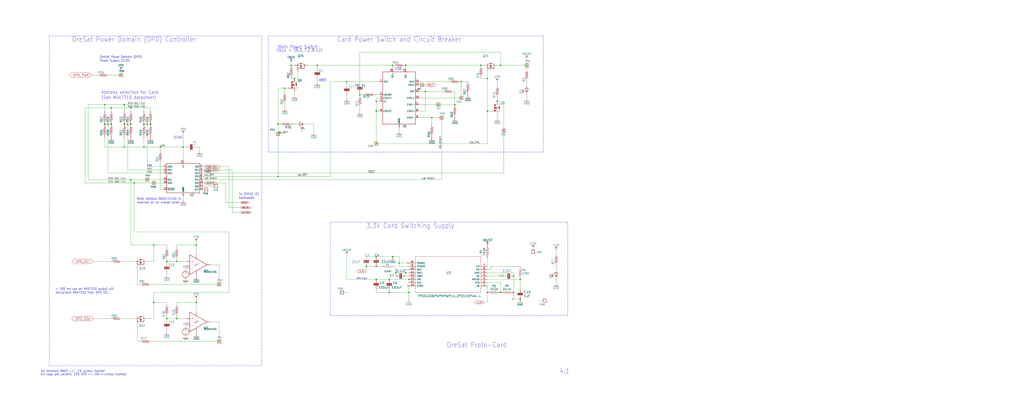
<source format=kicad_sch>
(kicad_sch (version 20211123) (generator eeschema)
  (paper "User" 795.02 317.906)
  (junction (at 378.46 60.96))
  (junction (at 111.76 114.3))
  (junction (at 292.1 78.74))
  (junction (at 114.3 139.7))
  (junction (at 378.46 86.36))
  (junction (at 340.36 81.28))
  (junction (at 292.1 86.36))
  (junction (at 96.52 96.52))
  (junction (at 304.8 199.39))
  (junction (at 398.78 227.33))
  (junction (at 279.4 73.66))
  (junction (at 398.78 214.63))
  (junction (at 292.1 199.39))
  (junction (at 96.52 114.3))
  (junction (at 119.38 190.5))
  (junction (at 170.18 220.98))
  (junction (at 93.98 58.42))
  (junction (at 116.84 96.52))
  (junction (at 317.5 217.17))
  (junction (at 152.4 190.5))
  (junction (at 86.36 96.52))
  (junction (at 101.6 96.52))
  (junction (at 215.9 137.16))
  (junction (at 269.24 63.5))
  (junction (at 307.34 212.09))
  (junction (at 403.86 232.41))
  (junction (at 292.1 217.17))
  (junction (at 386.08 78.74))
  (junction (at 335.28 91.44))
  (junction (at 388.62 50.8))
  (junction (at 137.16 247.65))
  (junction (at 129.54 203.2))
  (junction (at 119.38 234.95))
  (junction (at 101.6 139.7))
  (junction (at 142.24 114.3))
  (junction (at 317.5 227.33))
  (junction (at 86.36 83.82))
  (junction (at 96.52 81.28))
  (junction (at 314.96 212.09))
  (junction (at 114.3 96.52))
  (junction (at 403.86 217.17))
  (junction (at 137.16 203.2))
  (junction (at 170.18 265.43))
  (junction (at 226.06 50.8))
  (junction (at 81.28 96.52))
  (junction (at 388.62 227.33))
  (junction (at 215.9 104.14))
  (junction (at 292.1 207.01))
  (junction (at 101.6 83.82))
  (junction (at 309.88 204.47))
  (junction (at 119.38 142.24))
  (junction (at 83.82 96.52))
  (junction (at 391.16 101.6))
  (junction (at 342.9 91.44))
  (junction (at 302.26 217.17))
  (junction (at 408.94 50.8))
  (junction (at 284.48 207.01))
  (junction (at 129.54 247.65))
  (junction (at 220.98 68.58))
  (junction (at 228.6 60.96))
  (junction (at 111.76 96.52))
  (junction (at 124.46 114.3))
  (junction (at 314.96 50.8))
  (junction (at 378.46 227.33))
  (junction (at 304.8 50.8))
  (junction (at 353.06 81.28))
  (junction (at 104.14 142.24))
  (junction (at 327.66 66.04))
  (junction (at 358.14 63.5))
  (junction (at 330.2 71.12))
  (junction (at 215.9 96.52))
  (junction (at 373.38 50.8))
  (junction (at 246.38 50.8))
  (junction (at 292.1 111.76))
  (junction (at 99.06 96.52))
  (junction (at 152.4 234.95))
  (junction (at 302.26 227.33))
  (junction (at 81.28 81.28))
  (junction (at 358.14 76.2))
  (wire (pts (xy 129.54 234.95) (xy 119.38 234.95)))
  (wire (pts (xy 314.96 212.09) (xy 307.34 212.09)))
  (wire (pts (xy 317.5 209.55) (xy 314.96 209.55)))
  (wire (pts (xy 284.48 207.01) (xy 292.1 207.01)))
  (wire (pts (xy 114.3 129.54) (xy 114.3 96.52)))
  (wire (pts (xy 104.14 142.24) (xy 66.04 142.24)))
  (wire (pts (xy 284.48 199.39) (xy 292.1 199.39)))
  (wire (pts (xy 163.195 205.74) (xy 170.18 205.74)))
  (wire (pts (xy 307.34 212.09) (xy 307.34 207.01)))
  (wire (pts (xy 294.64 76.2) (xy 292.1 76.2)))
  (wire (pts (xy 228.6 71.12) (xy 228.6 73.66)))
  (wire (pts (xy 107.95 220.98) (xy 106.68 220.98)))
  (wire (pts (xy 398.78 232.41) (xy 403.86 232.41)))
  (wire (pts (xy 386.08 50.8) (xy 388.62 50.8)))
  (wire (pts (xy 279.4 73.66) (xy 281.94 73.66)))
  (wire (pts (xy 269.24 66.04) (xy 269.24 63.5)))
  (wire (pts (xy 325.12 63.5) (xy 347.98 63.5)))
  (wire (pts (xy 243.586 96.52) (xy 243.586 102.616)))
  (wire (pts (xy 217.17 96.52) (xy 215.9 96.52)))
  (wire (pts (xy 378.46 86.36) (xy 378.46 111.76)))
  (wire (pts (xy 129.54 236.22) (xy 129.54 234.95)))
  (wire (pts (xy 119.38 190.5) (xy 119.38 203.2)))
  (wire (pts (xy 129.54 247.65) (xy 129.54 246.38)))
  (wire (pts (xy 314.96 53.34) (xy 314.96 50.8)))
  (wire (pts (xy 106.68 265.43) (xy 106.68 252.73)))
  (wire (pts (xy 246.38 50.8) (xy 304.8 50.8)))
  (wire (pts (xy 279.4 72.39) (xy 279.4 73.66)))
  (wire (pts (xy 238.76 50.8) (xy 246.38 50.8)))
  (wire (pts (xy 309.88 199.39) (xy 309.88 204.47)))
  (wire (pts (xy 137.16 191.77) (xy 137.16 190.5)))
  (polyline (pts (xy 38.1 27.94) (xy 203.2 27.94)))
  (wire (pts (xy 152.4 234.95) (xy 137.16 234.95)))
  (wire (pts (xy 327.66 66.04) (xy 330.2 66.04)))
  (polyline (pts (xy 208.28 27.94) (xy 421.64 27.94)))
  (wire (pts (xy 228.6 60.96) (xy 231.14 60.96)))
  (wire (pts (xy 101.6 139.7) (xy 114.3 139.7)))
  (wire (pts (xy 335.28 91.44) (xy 325.12 91.44)))
  (wire (pts (xy 408.94 45.72) (xy 408.94 50.8)))
  (wire (pts (xy 137.16 203.2) (xy 144.78 203.2)))
  (wire (pts (xy 373.38 50.8) (xy 375.92 50.8)))
  (wire (pts (xy 378.46 217.17) (xy 403.86 217.17)))
  (wire (pts (xy 342.9 91.44) (xy 335.28 91.44)))
  (wire (pts (xy 152.4 190.5) (xy 152.4 187.96)))
  (wire (pts (xy 269.24 63.5) (xy 294.64 63.5)))
  (wire (pts (xy 246.38 53.34) (xy 246.38 50.8)))
  (wire (pts (xy 118.11 265.43) (xy 170.18 265.43)))
  (wire (pts (xy 314.96 50.8) (xy 373.38 50.8)))
  (wire (pts (xy 302.26 227.33) (xy 317.5 227.33)))
  (wire (pts (xy 101.6 190.5) (xy 101.6 139.7)))
  (wire (pts (xy 381 209.55) (xy 378.46 209.55)))
  (wire (pts (xy 81.28 81.28) (xy 96.52 81.28)))
  (wire (pts (xy 127 142.24) (xy 119.38 142.24)))
  (wire (pts (xy 177.8 129.54) (xy 177.8 161.29)))
  (polyline (pts (xy 440.69 245.11) (xy 256.54 245.11)))
  (wire (pts (xy 152.4 190.5) (xy 137.16 190.5)))
  (wire (pts (xy 302.26 227.33) (xy 302.26 224.79)))
  (wire (pts (xy 157.48 144.78) (xy 167.64 144.78)))
  (wire (pts (xy 127 134.62) (xy 83.82 134.62)))
  (wire (pts (xy 353.06 81.28) (xy 353.06 71.12)))
  (wire (pts (xy 129.54 203.2) (xy 137.16 203.2)))
  (wire (pts (xy 111.76 114.3) (xy 124.46 114.3)))
  (polyline (pts (xy 208.28 118.11) (xy 208.28 27.94)))
  (wire (pts (xy 127 132.08) (xy 99.06 132.08)))
  (wire (pts (xy 180.34 165.1) (xy 186.69 165.1)))
  (wire (pts (xy 157.48 142.24) (xy 175.26 142.24)))
  (wire (pts (xy 279.4 40.64) (xy 388.62 40.64)))
  (wire (pts (xy 129.54 247.65) (xy 129.54 248.92)))
  (wire (pts (xy 114.3 139.7) (xy 127 139.7)))
  (wire (pts (xy 292.1 111.76) (xy 292.1 86.36)))
  (wire (pts (xy 226.06 60.96) (xy 228.6 60.96)))
  (wire (pts (xy 152.4 198.12) (xy 152.4 190.5)))
  (wire (pts (xy 119.38 227.33) (xy 177.8 227.33)))
  (wire (pts (xy 124.46 127) (xy 124.46 147.32)))
  (wire (pts (xy 378.46 234.95) (xy 375.92 234.95)))
  (wire (pts (xy 265.43 227.33) (xy 270.51 227.33)))
  (wire (pts (xy 119.38 203.2) (xy 114.3 203.2)))
  (polyline (pts (xy 203.2 284.48) (xy 38.1 284.48)))
  (wire (pts (xy 231.14 60.96) (xy 231.14 55.88)))
  (wire (pts (xy 170.18 205.74) (xy 170.18 220.98)))
  (wire (pts (xy 96.52 86.36) (xy 96.52 81.28)))
  (wire (pts (xy 358.14 63.5) (xy 363.22 63.5)))
  (wire (pts (xy 142.24 114.3) (xy 144.78 114.3)))
  (wire (pts (xy 81.28 114.3) (xy 96.52 114.3)))
  (wire (pts (xy 325.12 66.04) (xy 327.66 66.04)))
  (wire (pts (xy 86.36 96.52) (xy 83.82 96.52)))
  (wire (pts (xy 388.62 219.71) (xy 388.62 227.33)))
  (wire (pts (xy 378.46 111.76) (xy 292.1 111.76)))
  (wire (pts (xy 86.36 86.36) (xy 86.36 83.82)))
  (wire (pts (xy 378.46 227.33) (xy 378.46 234.95)))
  (wire (pts (xy 86.36 83.82) (xy 101.6 83.82)))
  (wire (pts (xy 157.48 132.08) (xy 180.34 132.08)))
  (wire (pts (xy 381 207.01) (xy 381 209.55)))
  (wire (pts (xy 304.8 199.39) (xy 309.88 199.39)))
  (wire (pts (xy 378.46 200.66) (xy 378.46 207.01)))
  (wire (pts (xy 294.64 73.66) (xy 292.1 73.66)))
  (wire (pts (xy 99.06 132.08) (xy 99.06 96.52)))
  (wire (pts (xy 330.2 86.36) (xy 330.2 71.12)))
  (wire (pts (xy 152.4 114.3) (xy 154.94 114.3)))
  (wire (pts (xy 330.2 71.12) (xy 342.9 71.12)))
  (wire (pts (xy 68.58 81.28) (xy 81.28 81.28)))
  (wire (pts (xy 378.46 60.96) (xy 378.46 55.88)))
  (wire (pts (xy 129.54 191.77) (xy 129.54 190.5)))
  (wire (pts (xy 378.46 214.63) (xy 391.16 214.63)))
  (wire (pts (xy 127 129.54) (xy 114.3 129.54)))
  (wire (pts (xy 101.6 83.82) (xy 116.84 83.82)))
  (wire (pts (xy 129.54 190.5) (xy 119.38 190.5)))
  (wire (pts (xy 226.06 50.8) (xy 228.6 50.8)))
  (wire (pts (xy 83.82 134.62) (xy 83.82 96.52)))
  (polyline (pts (xy 256.54 245.11) (xy 256.54 172.72)))
  (wire (pts (xy 220.98 81.28) (xy 220.98 83.82)))
  (wire (pts (xy 292.1 78.74) (xy 292.1 86.36)))
  (wire (pts (xy 119.38 142.24) (xy 104.14 142.24)))
  (polyline (pts (xy 421.64 118.11) (xy 208.28 118.11)))
  (wire (pts (xy 116.84 83.82) (xy 116.84 86.36)))
  (wire (pts (xy 226.06 48.26) (xy 226.06 50.8)))
  (wire (pts (xy 317.5 204.47) (xy 309.88 204.47)))
  (wire (pts (xy 314.96 212.09) (xy 314.96 209.55)))
  (wire (pts (xy 304.8 207.01) (xy 307.34 207.01)))
  (polyline (pts (xy 440.69 172.72) (xy 440.69 245.11)))
  (wire (pts (xy 215.9 104.14) (xy 215.9 137.16)))
  (wire (pts (xy 269.24 217.17) (xy 292.1 217.17)))
  (wire (pts (xy 386.08 88.9) (xy 386.08 91.44)))
  (wire (pts (xy 381 86.36) (xy 378.46 86.36)))
  (wire (pts (xy 101.6 86.36) (xy 101.6 83.82)))
  (wire (pts (xy 325.12 71.12) (xy 330.2 71.12)))
  (wire (pts (xy 163.195 250.19) (xy 170.18 250.19)))
  (wire (pts (xy 215.9 137.16) (xy 256.54 137.16)))
  (wire (pts (xy 269.24 198.12) (xy 269.24 217.17)))
  (wire (pts (xy 292.1 227.33) (xy 302.26 227.33)))
  (wire (pts (xy 335.28 96.52) (xy 335.28 91.44)))
  (wire (pts (xy 292.1 86.36) (xy 294.64 86.36)))
  (wire (pts (xy 279.4 64.77) (xy 279.4 40.64)))
  (wire (pts (xy 220.98 68.58) (xy 215.9 68.58)))
  (wire (pts (xy 127 147.32) (xy 124.46 147.32)))
  (polyline (pts (xy 256.54 172.72) (xy 440.69 172.72)))
  (wire (pts (xy 177.8 180.34) (xy 104.14 180.34)))
  (wire (pts (xy 408.94 50.8) (xy 408.94 53.34)))
  (wire (pts (xy 256.54 137.16) (xy 256.54 63.5)))
  (wire (pts (xy 307.34 214.63) (xy 307.34 212.09)))
  (wire (pts (xy 177.8 227.33) (xy 177.8 180.34)))
  (wire (pts (xy 284.48 210.82) (xy 284.48 207.01)))
  (wire (pts (xy 398.78 232.41) (xy 398.78 227.33)))
  (wire (pts (xy 142.24 124.46) (xy 142.24 114.3)))
  (wire (pts (xy 309.88 101.6) (xy 309.88 99.06)))
  (wire (pts (xy 391.16 134.62) (xy 157.48 134.62)))
  (wire (pts (xy 137.16 236.22) (xy 137.16 234.95)))
  (polyline (pts (xy 203.2 27.94) (xy 203.2 284.48)))
  (wire (pts (xy 96.52 114.3) (xy 111.76 114.3)))
  (wire (pts (xy 373.38 60.96) (xy 378.46 60.96)))
  (wire (pts (xy 340.36 81.28) (xy 353.06 81.28)))
  (wire (pts (xy 386.08 76.2) (xy 386.08 78.74)))
  (wire (pts (xy 152.4 234.95) (xy 152.4 242.57)))
  (wire (pts (xy 157.48 139.7) (xy 342.9 139.7)))
  (wire (pts (xy 358.14 76.2) (xy 358.14 63.5)))
  (wire (pts (xy 85.09 203.2) (xy 72.39 203.2)))
  (wire (pts (xy 215.9 68.58) (xy 215.9 96.52)))
  (wire (pts (xy 124.46 114.3) (xy 142.24 114.3)))
  (wire (pts (xy 325.12 86.36) (xy 330.2 86.36)))
  (wire (pts (xy 309.88 207.01) (xy 317.5 207.01)))
  (wire (pts (xy 177.8 129.54) (xy 157.48 129.54)))
  (wire (pts (xy 378.46 222.25) (xy 378.46 227.33)))
  (wire (pts (xy 431.8 207.01) (xy 431.8 209.55)))
  (wire (pts (xy 114.3 96.52) (xy 111.76 96.52)))
  (wire (pts (xy 340.36 81.28) (xy 325.12 81.28)))
  (wire (pts (xy 237.49 96.52) (xy 243.586 96.52)))
  (wire (pts (xy 99.06 96.52) (xy 96.52 96.52)))
  (wire (pts (xy 398.78 214.63) (xy 398.78 227.33)))
  (wire (pts (xy 111.76 114.3) (xy 111.76 106.68)))
  (wire (pts (xy 304.8 50.8) (xy 304.8 53.34)))
  (wire (pts (xy 403.86 217.17) (xy 403.86 224.79)))
  (wire (pts (xy 96.52 81.28) (xy 111.76 81.28)))
  (wire (pts (xy 309.88 204.47) (xy 309.88 207.01)))
  (wire (pts (xy 391.16 101.6) (xy 391.16 134.62)))
  (wire (pts (xy 302.26 217.17) (xy 317.5 217.17)))
  (wire (pts (xy 220.98 71.12) (xy 220.98 68.58)))
  (wire (pts (xy 378.46 60.96) (xy 378.46 86.36)))
  (wire (pts (xy 157.48 137.16) (xy 215.9 137.16)))
  (wire (pts (xy 256.54 63.5) (xy 269.24 63.5)))
  (wire (pts (xy 152.4 259.08) (xy 152.4 257.81)))
  (wire (pts (xy 246.38 60.96) (xy 246.38 63.5)))
  (wire (pts (xy 220.98 68.58) (xy 223.52 68.58)))
  (wire (pts (xy 177.8 161.29) (xy 186.69 161.29)))
  (wire (pts (xy 85.09 58.42) (xy 93.98 58.42)))
  (wire (pts (xy 154.94 114.3) (xy 154.94 116.84)))
  (wire (pts (xy 116.84 96.52) (xy 114.3 96.52)))
  (wire (pts (xy 378.46 219.71) (xy 388.62 219.71)))
  (wire (pts (xy 81.28 86.36) (xy 81.28 81.28)))
  (wire (pts (xy 269.24 76.2) (xy 269.24 73.66)))
  (wire (pts (xy 137.16 247.65) (xy 144.78 247.65)))
  (wire (pts (xy 408.94 63.5) (xy 408.94 66.04)))
  (wire (pts (xy 160.02 147.32) (xy 157.48 147.32)))
  (wire (pts (xy 74.93 58.42) (xy 71.12 58.42)))
  (wire (pts (xy 129.54 203.2) (xy 129.54 201.93)))
  (wire (pts (xy 81.28 114.3) (xy 81.28 106.68)))
  (wire (pts (xy 388.62 40.64) (xy 388.62 50.8)))
  (wire (pts (xy 317.5 219.71) (xy 317.5 217.17)))
  (wire (pts (xy 414.02 193.04) (xy 414.02 195.58)))
  (wire (pts (xy 85.09 247.65) (xy 72.39 247.65)))
  (wire (pts (xy 118.11 220.98) (xy 170.18 220.98)))
  (wire (pts (xy 104.14 180.34) (xy 104.14 142.24)))
  (wire (pts (xy 292.1 217.17) (xy 302.26 217.17)))
  (wire (pts (xy 325.12 76.2) (xy 358.14 76.2)))
  (wire (pts (xy 417.83 233.68) (xy 422.91 233.68)))
  (wire (pts (xy 104.14 247.65) (xy 95.25 247.65)))
  (wire (pts (xy 129.54 247.65) (xy 137.16 247.65)))
  (wire (pts (xy 317.5 227.33) (xy 317.5 232.41)))
  (wire (pts (xy 386.08 63.5) (xy 386.08 66.04)))
  (wire (pts (xy 83.82 96.52) (xy 81.28 96.52)))
  (wire (pts (xy 378.46 212.09) (xy 398.78 212.09)))
  (wire (pts (xy 388.62 50.8) (xy 408.94 50.8)))
  (wire (pts (xy 101.6 96.52) (xy 99.06 96.52)))
  (wire (pts (xy 107.95 265.43) (xy 106.68 265.43)))
  (wire (pts (xy 152.4 234.95) (xy 152.4 232.41)))
  (wire (pts (xy 68.58 139.7) (xy 68.58 81.28)))
  (wire (pts (xy 398.78 212.09) (xy 398.78 214.63)))
  (wire (pts (xy 129.54 213.36) (xy 129.54 212.09)))
  (wire (pts (xy 137.16 246.38) (xy 137.16 247.65)))
  (wire (pts (xy 292.1 199.39) (xy 304.8 199.39)))
  (wire (pts (xy 292.1 207.01) (xy 297.18 207.01)))
  (wire (pts (xy 317.5 214.63) (xy 314.96 214.63)))
  (wire (pts (xy 104.14 203.2) (xy 95.25 203.2)))
  (wire (pts (xy 129.54 257.81) (xy 129.54 256.54)))
  (wire (pts (xy 119.38 234.95) (xy 119.38 247.65)))
  (wire (pts (xy 119.38 247.65) (xy 114.3 247.65)))
  (wire (pts (xy 391.16 78.74) (xy 391.16 101.6)))
  (wire (pts (xy 180.34 132.08) (xy 180.34 165.1)))
  (wire (pts (xy 215.9 96.52) (xy 215.9 104.14)))
  (wire (pts (xy 292.1 227.33) (xy 292.1 224.79)))
  (polyline (pts (xy 38.1 284.48) (xy 38.1 27.94)))
  (wire (pts (xy 175.26 157.48) (xy 186.69 157.48)))
  (wire (pts (xy 66.04 142.24) (xy 66.04 83.82)))
  (wire (pts (xy 96.52 114.3) (xy 96.52 106.68)))
  (wire (pts (xy 292.1 78.74) (xy 294.64 78.74)))
  (wire (pts (xy 431.8 217.17) (xy 431.8 219.71)))
  (wire (pts (xy 342.9 139.7) (xy 342.9 91.44)))
  (wire (pts (xy 170.18 250.19) (xy 170.18 265.43)))
  (wire (pts (xy 119.38 190.5) (xy 101.6 190.5)))
  (wire (pts (xy 142.24 154.94) (xy 142.24 152.4)))
  (wire (pts (xy 68.58 139.7) (xy 101.6 139.7)))
  (wire (pts (xy 106.68 220.98) (xy 106.68 208.28)))
  (wire (pts (xy 227.33 96.52) (xy 229.87 96.52)))
  (wire (pts (xy 403.86 207.01) (xy 381 207.01)))
  (wire (pts (xy 119.38 234.95) (xy 119.38 227.33)))
  (wire (pts (xy 317.5 222.25) (xy 317.5 227.33)))
  (wire (pts (xy 292.1 76.2) (xy 292.1 78.74)))
  (wire (pts (xy 175.26 142.24) (xy 175.26 157.48)))
  (wire (pts (xy 386.08 78.74) (xy 391.16 78.74)))
  (wire (pts (xy 129.54 204.47) (xy 129.54 203.2)))
  (wire (pts (xy 93.98 58.42) (xy 93.98 54.61)))
  (wire (pts (xy 111.76 86.36) (xy 111.76 81.28)))
  (wire (pts (xy 279.4 86.36) (xy 279.4 83.82)))
  (wire (pts (xy 137.16 201.93) (xy 137.16 203.2)))
  (wire (pts (xy 317.5 212.09) (xy 314.96 212.09)))
  (wire (pts (xy 152.4 214.63) (xy 152.4 213.36)))
  (wire (pts (xy 142.24 114.3) (xy 142.24 104.14)))
  (polyline (pts (xy 421.64 27.94) (xy 421.64 118.11)))
  (wire (pts (xy 408.94 73.66) (xy 408.94 76.2)))
  (wire (pts (xy 431.8 194.31) (xy 431.8 196.85)))
  (wire (pts (xy 66.04 83.82) (xy 86.36 83.82)))
  (wire (pts (xy 124.46 116.84) (xy 124.46 114.3)))
  (text "> 100 ms low on MAX7310 output will\ndisconnect MAX7310 from OPD I2C." (at 43.18 228.6 0) (effects (font (size 1.778 1.5113)) (justify left bottom)))
  (text "To STM32 I2C\nbootloader" (at 185.42 154.94 180) (effects (font (size 1.778 1.5113)) (justify left bottom)))
  (text "Main Power Switch" (at 215.9 38.1 180) (effects (font (size 2.54 2.159)) (justify left bottom)))
  (text "1206" (at 306.07 54.61 180) (effects (font (size 1.778 1.5113)) (justify left bottom)))
  (text "4.1" (at 434.34 290.83 180) (effects (font (size 3.81 3.2385)) (justify left bottom)))
  (text "All resistors 0603 +/- 1% unless marked" (at 31.75 289.56 180) (effects (font (size 1.778 1.5113)) (justify left bottom)))
  (text "All caps are ceramic 10% X5R >= 16V V unless marked" (at 31.75 292.1 0) (effects (font (size 1.778 1.5113)) (justify left bottom)))
  (text "Address selection for Card\n(See MAX7310 datasheet)" (at 78.74 77.47 0) (effects (font (size 2.54 2.159)) (justify left bottom)))
  (text "OreSat Proto-Card" (at 346.71 270.51 180) (effects (font (size 3.81 3.2385)) (justify left bottom)))
  (text "OPD Input\n" (at 276.86 217.17 0) (effects (font (size 1.0668 1.0668)) (justify left bottom)))
  (text "Note: Address 0b0111110x is\nreserved on all oresat cards" (at 106.172 158.496 0) (effects (font (size 1.778 1.5113)) (justify left bottom)))
  (text "(3.3V)" (at 134.62 107.95 180) (effects (font (size 1.778 1.5113)) (justify left bottom)))
  (text "3.3V Card Switching Supply" (at 284.48 177.8 180) (effects (font (size 3.81 3.2385)) (justify left bottom)))
  (text "OreSat Power Domain (OPD)\nPower Supply (3.3V)" (at 77.47 48.26 180) (effects (font (size 1.778 1.5113)) (justify left bottom)))
  (text "Card Power Switch and Circuit Breaker" (at 261.62 33.02 180) (effects (font (size 3.81 3.2385)) (justify left bottom)))
  (text "0805" (at 247.65 63.5 180) (effects (font (size 1.778 1.5113)) (justify left bottom)))
  (text "OreSat Power Domain (OPD) Controller" (at 55.88 33.02 180) (effects (font (size 3.81 3.2385)) (justify left bottom)))
  (text "Vbus = (6.0,7.2,8.4)V" (at 214.63 40.64 180) (effects (font (size 2.54 2.159)) (justify left bottom)))
  (label "PEN-SCL-FILT" (at 99.06 81.28 0) (effects (font (size 1.2446 1.2446))))
  (label "CB-RESET" (at 327.66 139.7 0) (effects (font (size 1.2446 1.2446))))
  (label "PEN-SDA-FILT" (at 99.06 83.82 0) (effects (font (size 1.2446 1.2446))))
  (label "ON/~{OFF}" (at 158.75 137.16 0) (effects (font (size 1.2446 1.2446))))
  (label "CB_CTRL" (at 364.49 111.76 0) (effects (font (size 1.2446 1.2446))))
  (label "PEN-SCL-FILT" (at 83.82 139.7 0) (effects (font (size 1.2446 1.2446))))
  (label "PEN-SDA-FILT" (at 83.82 142.24 0) (effects (font (size 1.2446 1.2446))))
  (label "VPD" (at 124.46 114.3 0) (effects (font (size 1.2446 1.2446))))
  (label "~{FAULT}" (at 285.75 134.62 0) (effects (font (size 1.2446 1.2446))))
  (label "AD0" (at 114.3 129.54 0) (effects (font (size 1.2446 1.2446))))
  (label "ON/~{OFF}" (at 215.9 104.14 0) (effects (font (size 1.2446 1.2446))))
  (label "ON/~{OFF}" (at 231.14 137.16 0) (effects (font (size 1.2446 1.2446))))
  (label "~{FAULT}" (at 158.75 134.62 0) (effects (font (size 1.2446 1.2446))))
  (label "AD2" (at 114.3 134.62 0) (effects (font (size 1.2446 1.2446))))
  (label "CB-RESET" (at 158.75 139.7 0) (effects (font (size 1.2446 1.2446))))
  (label "AD1" (at 114.3 132.08 0) (effects (font (size 1.2446 1.2446))))
  (label "CB-RESET" (at 342.9 115.57 90) (effects (font (size 1.2446 1.2446))))
  (global_label "PB6/SCL" (shape bidirectional) (at 158.75 129.54 0) (effects (font (size 1.2446 1.2446))) (property "Intersheet References" "${INTERSHEET_REFS}" (effects hide)))
  (global_label "BOOT0" (shape bidirectional) (at 186.69 157.48 0) (effects (font (size 0.889 0.889))) (property "Intersheet References" "${INTERSHEET_REFS}" (effects hide)))
  (global_label "BOOT0" (shape bidirectional) (at 158.75 142.24 0) (effects (font (size 1.2446 1.2446))) (property "Intersheet References" "${INTERSHEET_REFS}" (effects hide)))
  (global_label "GND" (shape bidirectional) (at 317.5 222.25 180) (effects (font (size 0.254 0.254))) (property "Intersheet References" "${INTERSHEET_REFS}" (effects hide)))
  (global_label "GND" (shape bidirectional) (at 398.78 232.41 180) (effects (font (size 0.254 0.254))) (property "Intersheet References" "${INTERSHEET_REFS}" (effects hide)))
  (global_label "GND" (shape bidirectional) (at 317.5 204.47 180) (effects (font (size 0.254 0.254))) (property "Intersheet References" "${INTERSHEET_REFS}" (effects hide)))
  (global_label "PB7/SDA" (shape bidirectional) (at 186.69 165.1 0) (effects (font (size 0.889 0.889))) (property "Intersheet References" "${INTERSHEET_REFS}" (effects hide)))
  (global_label "3.3V" (shape bidirectional) (at 284.48 210.82 180) (property "Intersheet References" "${INTERSHEET_REFS}" (effects hide)))
  (global_label "3.3V" (shape bidirectional) (at 375.92 234.95 180) (property "Intersheet References" "${INTERSHEET_REFS}" (effects hide)))
  (global_label "PB7/SDA" (shape bidirectional) (at 158.75 132.08 0) (effects (font (size 1.2446 1.2446))) (property "Intersheet References" "${INTERSHEET_REFS}" (effects hide)))
  (global_label "OPD_SCL" (shape bidirectional) (at 72.39 203.2 180) (effects (font (size 1.778 1.778))) (property "Intersheet References" "${INTERSHEET_REFS}" (effects hide)))
  (global_label "OPD_PWR" (shape bidirectional) (at 71.12 58.42 180) (effects (font (size 1.778 1.778))) (property "Intersheet References" "${INTERSHEET_REFS}" (effects hide)))
  (global_label "PB6/SCL" (shape bidirectional) (at 186.69 161.29 0) (effects (font (size 0.889 0.889))) (property "Intersheet References" "${INTERSHEET_REFS}" (effects hide)))
  (global_label "POUT" (shape bidirectional) (at 330.2 66.04 0) (effects (font (size 1.2446 1.2446))) (property "Intersheet References" "${INTERSHEET_REFS}" (effects hide)))
  (global_label "OPD_SDA" (shape bidirectional) (at 72.39 247.65 180) (effects (font (size 1.778 1.778))) (property "Intersheet References" "${INTERSHEET_REFS}" (effects hide)))
  (symbol (lib_id "mainboard:22UF-1210-16V-20%") (at 302.26 222.25 0) (unit 1)
    (property "Reference" "C6" (at 304.8 220.98 0) (effects (font (size 1.778 1.778)) (justify left bottom)))
    (property "Value" "100uF" (at 303.784 224.409 0) (effects (font (size 1.778 1.778)) (justify left bottom)))
    (property "Footprint" "Capacitor_SMD:C_1210_3225Metric" (effects hide))
    (property "Description" "100uF 16V X5R 1210" (effects hide))
  )
  (symbol (lib_id "oresat-proto-card-eagle-import:VPD") (at 152.4 187.96 0) (unit 1)
    (property "Reference" "#VPD010" (effects hide))
    (property "Value" "VPD" (at 152.4 185.166 0) (effects (font (size 1.778 1.5113)) (justify bottom)))
    (property "Footprint" "oresat-proto-card:" (effects hide))
  )
  (symbol (lib_id "oresat-proto-card-eagle-import:R-US_0603-C-NOSILK") (at 80.01 58.42 0) (unit 1)
    (property "Reference" "R24" (at 76.2 57.15 0) (effects (font (size 1.778 1.5113)) (justify left bottom)))
    (property "Value" "10" (at 82.55 57.15 0) (effects (font (size 1.778 1.5113)) (justify left bottom)))
    (property "Footprint" "oresat-proto-card:.0603-C-NOSILK" (effects hide))
  )
  (symbol (lib_id "oresat-proto-card-eagle-import:R-US_0603-C-NOSILK") (at 86.36 91.44 90) (unit 1)
    (property "Reference" "R59" (at 84.8614 95.25 0) (effects (font (size 1.778 1.5113)) (justify left bottom)))
    (property "Value" "NP" (at 84.582 90.17 0) (effects (font (size 1.778 1.5113)) (justify left bottom)))
    (property "Footprint" "oresat-proto-card:.0603-C-NOSILK" (effects hide))
  )
  (symbol (lib_id "Device:L") (at 300.99 207.01 270) (unit 1)
    (property "Reference" "L1" (at 300.99 205.74 90))
    (property "Value" "3.3uH" (at 300.99 210.82 90))
    (property "Footprint" "MaxLib:L_2141" (effects hide))
    (property "Datasheet" "https://datasheet.lcsc.com/lcsc/2009171412_TAI-TECH-HPC5040NF-3R3MTH_C304367.pdf" (effects hide))
    (property "Description" "3.3uH Shielded Inductor" (effects hide))
    (property "Flight" "SPM5030T-3R3M-HZ" (effects hide))
    (property "Manufacturer_Name" "TAI-TECH" (effects hide))
    (property "Manufacturer_Part_Number" "HPC5040NF-3R3MTH" (effects hide))
    (property "Proto" "HPC5040NF-3R3MTH" (effects hide))
  )
  (symbol (lib_id "oresat-proto-card-eagle-import:GND") (at 353.06 93.98 0) (mirror y) (unit 1)
    (property "Reference" "#GND021" (effects hide))
    (property "Value" "GND" (at 355.6 96.52 0) (effects (font (size 1.778 1.5113)) (justify left bottom)))
    (property "Footprint" "oresat-proto-card:" (effects hide))
  )
  (symbol (lib_id "oresat-proto-card-eagle-import:C-EU0805-B-NOSILK") (at 246.38 55.88 0) (unit 1)
    (property "Reference" "C1" (at 247.65 55.88 0) (effects (font (size 1.778 1.5113)) (justify left bottom)))
    (property "Value" "10u" (at 247.65 60.96 0) (effects (font (size 1.778 1.5113)) (justify left bottom)))
    (property "Footprint" "oresat-proto-card:.0805-B-NOSILK" (effects hide))
  )
  (symbol (lib_id "mainboard:GND") (at 403.86 234.95 0) (unit 1)
    (property "Reference" "#GND011" (effects hide))
    (property "Value" "GND" (at 401.32 237.49 0) (effects (font (size 1.4986 1.4986)) (justify left bottom)))
  )
  (symbol (lib_id "oresat-proto-card-eagle-import:R-US_0603-C-NOSILK") (at 347.98 71.12 180) (unit 1)
    (property "Reference" "R68" (at 342.9 69.85 0) (effects (font (size 1.778 1.5113)) (justify right top)))
    (property "Value" "0" (at 349.25 69.85 0) (effects (font (size 1.778 1.5113)) (justify right top)))
    (property "Footprint" "oresat-proto-card:.0603-C-NOSILK" (effects hide))
  )
  (symbol (lib_id "oresat-proto-card-eagle-import:R-US_0603-C-NOSILK") (at 101.6 91.44 90) (unit 1)
    (property "Reference" "R55" (at 100.1014 95.25 0) (effects (font (size 1.778 1.5113)) (justify left bottom)))
    (property "Value" "NP" (at 99.822 90.17 0) (effects (font (size 1.778 1.5113)) (justify left bottom)))
    (property "Footprint" "oresat-proto-card:.0603-C-NOSILK" (effects hide))
  )
  (symbol (lib_id "oresat-proto-card-eagle-import:R-US_0603-C-NOSILK") (at 96.52 101.6 270) (unit 1)
    (property "Reference" "R52" (at 95.0214 105.41 0) (effects (font (size 1.778 1.5113)) (justify right top)))
    (property "Value" "NP" (at 94.742 100.33 0) (effects (font (size 1.778 1.5113)) (justify right top)))
    (property "Footprint" "oresat-proto-card:.0603-C-NOSILK" (effects hide))
  )
  (symbol (lib_id "oresat-proto-card-eagle-import:R-US_0603-C-NOSILK") (at 81.28 101.6 270) (unit 1)
    (property "Reference" "R56" (at 79.7814 105.41 0) (effects (font (size 1.778 1.5113)) (justify right top)))
    (property "Value" "NP" (at 79.502 100.33 0) (effects (font (size 1.778 1.5113)) (justify right top)))
    (property "Footprint" "oresat-proto-card:.0603-C-NOSILK" (effects hide))
  )
  (symbol (lib_id "oresat-proto-card-eagle-import:R-US_0603-C-NOSILK") (at 124.46 121.92 90) (unit 1)
    (property "Reference" "R61" (at 122.9614 125.73 0) (effects (font (size 1.778 1.5113)) (justify left bottom)))
    (property "Value" "10k" (at 122.682 119.38 0) (effects (font (size 1.778 1.5113)) (justify left bottom)))
    (property "Footprint" "oresat-proto-card:.0603-C-NOSILK" (effects hide))
  )
  (symbol (lib_id "oresat-proto-card-eagle-import:3.3V") (at 414.02 193.04 0) (unit 1)
    (property "Reference" "#SUPPLY04" (effects hide))
    (property "Value" "3.3V" (at 414.02 190.246 0) (effects (font (size 1.778 1.5113)) (justify bottom)))
    (property "Footprint" "oresat-proto-card:" (effects hide))
  )
  (symbol (lib_id "mainboard:22UF-0805-6.3V-20%") (at 284.48 204.47 0) (unit 1)
    (property "Reference" "C2" (at 283.21 199.39 0) (effects (font (size 1.778 1.778)) (justify left bottom)))
    (property "Value" "22uF" (at 273.05 204.47 0) (effects (font (size 1.778 1.778)) (justify left bottom)))
    (property "Footprint" "Capacitor_SMD:C_0603_1608Metric" (effects hide))
    (property "Description" "22uF +-20% 10V X5R" (effects hide))
  )
  (symbol (lib_id "mainboard:22UF-1210-16V-20%") (at 292.1 222.25 0) (unit 1)
    (property "Reference" "C5" (at 294.64 220.98 0) (effects (font (size 1.778 1.778)) (justify left bottom)))
    (property "Value" "100uF" (at 293.624 224.409 0) (effects (font (size 1.778 1.778)) (justify left bottom)))
    (property "Footprint" "Capacitor_SMD:C_1210_3225Metric" (effects hide))
    (property "Description" "100uF 16V X5R 1210" (effects hide))
  )
  (symbol (lib_id "oresat-proto-card-eagle-import:GND") (at 386.08 93.98 0) (mirror y) (unit 1)
    (property "Reference" "#GND066" (effects hide))
    (property "Value" "GND" (at 388.62 96.52 0) (effects (font (size 1.778 1.5113)) (justify left bottom)))
    (property "Footprint" "oresat-proto-card:" (effects hide))
  )
  (symbol (lib_id "oresat-proto-card-eagle-import:R-US_0603-C-NOSILK") (at 373.38 55.88 90) (unit 1)
    (property "Reference" "R70" (at 372.11 60.96 0) (effects (font (size 1.778 1.5113)) (justify left bottom)))
    (property "Value" "10k" (at 372.11 54.61 0) (effects (font (size 1.778 1.5113)) (justify left bottom)))
    (property "Footprint" "oresat-proto-card:.0603-C-NOSILK" (effects hide))
  )
  (symbol (lib_id "oresat-proto-card-eagle-import:GND") (at 154.94 119.38 0) (mirror y) (unit 1)
    (property "Reference" "#GND09" (effects hide))
    (property "Value" "GND" (at 157.48 121.92 0) (effects (font (size 1.778 1.5113)) (justify left bottom)))
    (property "Footprint" "oresat-proto-card:" (effects hide))
  )
  (symbol (lib_id "oresat-proto-card-eagle-import:GND") (at 152.4 217.17 0) (mirror y) (unit 1)
    (property "Reference" "#GND077" (effects hide))
    (property "Value" "GND" (at 154.94 219.71 0) (effects (font (size 1.778 1.5113)) (justify left bottom)))
    (property "Footprint" "oresat-proto-card:" (effects hide))
  )
  (symbol (lib_id "oresat-proto-card-eagle-import:GND") (at 363.22 76.2 0) (mirror y) (unit 1)
    (property "Reference" "#GND029" (effects hide))
    (property "Value" "GND" (at 365.76 78.74 0) (effects (font (size 1.778 1.5113)) (justify left bottom)))
    (property "Footprint" "oresat-proto-card:" (effects hide))
  )
  (symbol (lib_id "oresat-proto-card-eagle-import:TEST-POINT-LARGE-SQUARE") (at 215.9 104.14 0) (unit 1)
    (property "Reference" "TP21" (at 209.55 101.6 0) (effects (font (size 1.27 1.0795)) (justify left bottom)))
    (property "Value" "TEST-POINT-LARGE-SQUARE" (effects hide))
    (property "Footprint" "oresat-proto-card:1X01" (effects hide))
  )
  (symbol (lib_id "oresat-proto-card-eagle-import:VBUSP") (at 269.24 198.12 0) (unit 1)
    (property "Reference" "#VBUSP07" (effects hide))
    (property "Value" "VBUSP" (at 269.24 195.326 0) (effects (font (size 1.778 1.5113)) (justify bottom)))
    (property "Footprint" "oresat-proto-card:" (effects hide))
  )
  (symbol (lib_id "oresat-proto-card-eagle-import:R-US_0603-C-NOSILK") (at 137.16 196.85 90) (unit 1)
    (property "Reference" "R83" (at 135.89 200.66 0) (effects (font (size 1.778 1.5113)) (justify left bottom)))
    (property "Value" "1M" (at 135.89 194.31 0) (effects (font (size 1.778 1.5113)) (justify left bottom)))
    (property "Footprint" "oresat-proto-card:.0603-C-NOSILK" (effects hide))
  )
  (symbol (lib_id "oresat-proto-card-eagle-import:GND") (at 246.38 66.04 0) (unit 1)
    (property "Reference" "#GND03" (effects hide))
    (property "Value" "GND" (at 243.84 68.58 0) (effects (font (size 1.778 1.5113)) (justify left bottom)))
    (property "Footprint" "oresat-proto-card:" (effects hide))
  )
  (symbol (lib_id "oresat-proto-card-eagle-import:TEST-POINT-LARGE-SQUARE") (at 340.36 81.28 0) (unit 1)
    (property "Reference" "TP4" (at 339.09 85.09 0) (effects (font (size 1.27 1.0795)) (justify left bottom)))
    (property "Value" "TEST-POINT-LARGE-SQUARE" (effects hide))
    (property "Footprint" "oresat-proto-card:1X01" (effects hide))
  )
  (symbol (lib_id "oresat-proto-card-eagle-import:GND") (at 431.8 222.25 0) (mirror y) (unit 1)
    (property "Reference" "#GND05" (effects hide))
    (property "Value" "GND" (at 434.34 224.79 0) (effects (font (size 1.778 1.5113)) (justify left bottom)))
    (property "Footprint" "oresat-proto-card:" (effects hide))
  )
  (symbol (lib_id "oresat-proto-card-eagle-import:R-US_0603-C-NOSILK") (at 111.76 101.6 270) (unit 1)
    (property "Reference" "R39" (at 110.2614 105.41 0) (effects (font (size 1.778 1.5113)) (justify right top)))
    (property "Value" "NP" (at 109.982 100.33 0) (effects (font (size 1.778 1.5113)) (justify right top)))
    (property "Footprint" "oresat-proto-card:.0603-C-NOSILK" (effects hide))
  )
  (symbol (lib_id "oresat-proto-card-eagle-import:GND") (at 152.4 261.62 0) (mirror y) (unit 1)
    (property "Reference" "#GND075" (effects hide))
    (property "Value" "GND" (at 154.94 264.16 0) (effects (font (size 1.778 1.5113)) (justify left bottom)))
    (property "Footprint" "oresat-proto-card:" (effects hide))
  )
  (symbol (lib_id "mainboard:GND") (at 317.5 234.95 0) (unit 1)
    (property "Reference" "#GND08" (effects hide))
    (property "Value" "GND" (at 314.96 237.49 0) (effects (font (size 1.4986 1.4986)) (justify left bottom)))
  )
  (symbol (lib_id "oresat-proto-card-eagle-import:R-US_0603-C-NOSILK") (at 111.76 91.44 270) (unit 1)
    (property "Reference" "R40" (at 110.2614 95.25 0) (effects (font (size 1.778 1.5113)) (justify right top)))
    (property "Value" "NP" (at 109.982 90.17 0) (effects (font (size 1.778 1.5113)) (justify right top)))
    (property "Footprint" "oresat-proto-card:.0603-C-NOSILK" (effects hide))
  )
  (symbol (lib_id "oresat-proto-card-eagle-import:C-EU0603-C-NOSILK") (at 129.54 251.46 0) (unit 1)
    (property "Reference" "C22" (at 130.81 251.46 0) (effects (font (size 1.778 1.5113)) (justify left bottom)))
    (property "Value" "1u" (at 130.81 256.54 0) (effects (font (size 1.778 1.5113)) (justify left bottom)))
    (property "Footprint" "oresat-proto-card:.0603-C-NOSILK" (effects hide))
  )
  (symbol (lib_id "oresat-proto-card-eagle-import:R-US_0603-C-NOSILK") (at 353.06 86.36 90) (unit 1)
    (property "Reference" "R69" (at 351.79 91.44 0) (effects (font (size 1.778 1.5113)) (justify left bottom)))
    (property "Value" "NP" (at 351.79 85.09 0) (effects (font (size 1.778 1.5113)) (justify left bottom)))
    (property "Footprint" "oresat-proto-card:.0603-C-NOSILK" (effects hide))
  )
  (symbol (lib_id "oresat-proto-card-eagle-import:VBUSP") (at 408.94 45.72 0) (unit 1)
    (property "Reference" "#VBUSP04" (effects hide))
    (property "Value" "VBUSP" (at 408.94 42.926 0) (effects (font (size 1.778 1.5113)) (justify bottom)))
    (property "Footprint" "oresat-proto-card:" (effects hide))
  )
  (symbol (lib_id "oresat-proto-card-eagle-import:GND") (at 142.24 157.48 0) (mirror y) (unit 1)
    (property "Reference" "#GND06" (effects hide))
    (property "Value" "GND" (at 144.78 160.02 0) (effects (font (size 1.778 1.5113)) (justify left bottom)))
    (property "Footprint" "oresat-proto-card:" (effects hide))
  )
  (symbol (lib_id "oresat-proto-card-eagle-import:GND") (at 309.88 104.14 0) (mirror y) (unit 1)
    (property "Reference" "#GND012" (effects hide))
    (property "Value" "GND" (at 312.42 106.68 0) (effects (font (size 1.778 1.5113)) (justify left bottom)))
    (property "Footprint" "oresat-proto-card:" (effects hide))
  )
  (symbol (lib_id "oresat-proto-card-eagle-import:R-US_0603-C-NOSILK") (at 431.8 201.93 90) (unit 1)
    (property "Reference" "R17" (at 430.3014 205.74 0) (effects (font (size 1.778 1.5113)) (justify left bottom)))
    (property "Value" "2.7k" (at 435.102 205.74 0) (effects (font (size 1.778 1.5113)) (justify left bottom)))
    (property "Footprint" "oresat-proto-card:.0603-C-NOSILK" (effects hide))
  )
  (symbol (lib_id "oresat-proto-card-eagle-import:TEST-POINT-LARGE-SQUARE") (at 292.1 111.76 0) (mirror y) (unit 1)
    (property "Reference" "TP39" (at 289.56 114.3 0) (effects (font (size 1.27 1.0795)) (justify left bottom)))
    (property "Value" "TEST-POINT-LARGE-SQUARE" (effects hide))
    (property "Footprint" "oresat-proto-card:1X01" (effects hide))
  )
  (symbol (lib_id "oresat-proto-card-eagle-import:R-US_0603-C-NOSILK") (at 287.02 73.66 180) (unit 1)
    (property "Reference" "R72" (at 281.94 76.2 0) (effects (font (size 1.778 1.5113)) (justify right top)))
    (property "Value" "10K" (at 287.02 76.2 0) (effects (font (size 1.778 1.5113)) (justify right top)))
    (property "Footprint" "oresat-proto-card:.0603-C-NOSILK" (effects hide))
  )
  (symbol (lib_id "oresat-proto-card-eagle-import:GND") (at 116.84 109.22 0) (mirror y) (unit 1)
    (property "Reference" "#GND013" (effects hide))
    (property "Value" "GND" (at 119.38 111.76 0) (effects (font (size 1.778 1.5113)) (justify left bottom)))
    (property "Footprint" "oresat-proto-card:" (effects hide))
  )
  (symbol (lib_id "oresat-proto-card-eagle-import:GND") (at 86.36 109.22 0) (mirror y) (unit 1)
    (property "Reference" "#GND016" (effects hide))
    (property "Value" "GND" (at 88.9 111.76 0) (effects (font (size 1.778 1.5113)) (justify left bottom)))
    (property "Footprint" "oresat-proto-card:" (effects hide))
  )
  (symbol (lib_id "oresat-proto-card-eagle-import:TEST-POINT-LARGE-SQUARE") (at 170.18 220.98 180) (unit 1)
    (property "Reference" "TP42" (at 172.72 217.17 0) (effects (font (size 1.27 1.0795)) (justify left bottom)))
    (property "Value" "TEST-POINT-LARGE-SQUARE" (effects hide))
    (property "Footprint" "oresat-proto-card:1X01" (effects hide))
  )
  (symbol (lib_id "oresat-proto-card-eagle-import:R-US_0603-C-NOSILK") (at 101.6 101.6 90) (unit 1)
    (property "Reference" "R54" (at 100.1014 105.41 0) (effects (font (size 1.778 1.5113)) (justify left bottom)))
    (property "Value" "NP" (at 99.822 100.33 0) (effects (font (size 1.778 1.5113)) (justify left bottom)))
    (property "Footprint" "oresat-proto-card:.0603-C-NOSILK" (effects hide))
  )
  (symbol (lib_id "oresat-proto-card-eagle-import:R-US_0603-C-NOSILK") (at 408.94 58.42 90) (unit 1)
    (property "Reference" "R3" (at 407.67 63.5 0) (effects (font (size 1.778 1.5113)) (justify left bottom)))
    (property "Value" "2.7k" (at 407.67 58.42 0) (effects (font (size 1.778 1.5113)) (justify left bottom)))
    (property "Footprint" "oresat-proto-card:.0603-C-NOSILK" (effects hide))
  )
  (symbol (lib_id "oresat-proto-card-eagle-import:PMV45EN") (at 228.6 66.04 0) (unit 1)
    (property "Reference" "Q8" (at 231.14 63.5 0) (effects (font (size 1.778 1.5113)) (justify left bottom)))
    (property "Value" "PMV45EN" (at 231.14 66.04 0) (effects (font (size 1.778 1.5113)) (justify left bottom)))
    (property "Footprint" "oresat-proto-card:SOT23" (effects hide))
    (property "Datasheet" "https://ww1.microchip.com/downloads/aemDocuments/documents/OTH/ProductDocuments/DataSheets/20005758A.pdf" (effects hide))
    (property "Manufacturer_Part_Number" "PMV45EN2R" (effects hide))
    (property "Description" "N-Channel 30V 4.1A (Ta) 510mW (Ta), 5W (Tc) TO-236AB" (effects hide))
    (property "Manufacturer_Name" "Microchip Technology" (effects hide))
    (property "Generic" "N" (effects hide))
  )
  (symbol (lib_id "mainboard:R-US_R0603") (at 383.54 227.33 180) (unit 1)
    (property "Reference" "R2" (at 383.54 222.25 0) (effects (font (size 1.4986 1.4986))))
    (property "Value" "73.2K" (at 383.54 224.79 0) (effects (font (size 1.4986 1.4986))))
    (property "Footprint" "Resistor_SMD:R_0603_1608Metric" (effects hide))
    (property "Description" "73.2K 0603" (effects hide))
  )
  (symbol (lib_id "oresat-proto-card-eagle-import:GND") (at 228.6 76.2 0) (mirror y) (unit 1)
    (property "Reference" "#GND017" (effects hide))
    (property "Value" "GND" (at 231.14 78.74 0) (effects (font (size 1.778 1.5113)) (justify left bottom)))
    (property "Footprint" "oresat-proto-card:" (effects hide))
  )
  (symbol (lib_id "mainboard:R-US_R0603") (at 378.46 195.58 270) (unit 1)
    (property "Reference" "R1" (at 373.38 195.58 0) (effects (font (size 1.4986 1.4986))))
    (property "Value" "73.2K" (at 375.92 195.58 0) (effects (font (size 1.4986 1.4986))))
    (property "Footprint" "Resistor_SMD:R_0603_1608Metric" (effects hide))
    (property "Description" "73.2K 0603" (effects hide))
  )
  (symbol (lib_id "oresat-proto-card-eagle-import:TEST-POINT-LARGE-SQUARE") (at 170.18 265.43 180) (unit 1)
    (property "Reference" "TP41" (at 172.72 261.62 0) (effects (font (size 1.27 1.0795)) (justify left bottom)))
    (property "Value" "TEST-POINT-LARGE-SQUARE" (effects hide))
    (property "Footprint" "oresat-proto-card:1X01" (effects hide))
  )
  (symbol (lib_id "oresat-proto-card-eagle-import:LED-GREEN0603") (at 431.8 212.09 0) (unit 1)
    (property "Reference" "D6" (at 428.371 216.662 90) (effects (font (size 1.778 1.778)) (justify left bottom)))
    (property "Value" "GREEN" (at 433.705 216.662 90) (effects (font (size 1.778 1.778)) (justify left top)))
    (property "Footprint" "oresat-proto-card:LED-0603" (effects hide))
  )
  (symbol (lib_id "oresat-proto-card-eagle-import:TEST-POINT-LARGE-SQUARE") (at 265.43 227.33 0) (unit 1)
    (property "Reference" "TP33" (at 262.128 225.044 0) (effects (font (size 1.27 1.0795)) (justify left bottom)))
    (property "Value" "TEST-POINT-LARGE-SQUARE" (effects hide))
    (property "Footprint" "oresat-proto-card:1X01" (effects hide))
  )
  (symbol (lib_id "oresat-proto-card-eagle-import:VPD") (at 152.4 232.41 0) (unit 1)
    (property "Reference" "#VPD09" (effects hide))
    (property "Value" "VPD" (at 152.4 229.616 0) (effects (font (size 1.778 1.5113)) (justify bottom)))
    (property "Footprint" "oresat-proto-card:" (effects hide))
  )
  (symbol (lib_id "oresat-proto-card-eagle-import:TEST-POINT-LARGE-SQUARE") (at 342.9 91.44 180) (unit 1)
    (property "Reference" "TP23" (at 345.44 87.63 0) (effects (font (size 1.27 1.0795)) (justify left bottom)))
    (property "Value" "TEST-POINT-LARGE-SQUARE" (effects hide))
    (property "Footprint" "oresat-proto-card:1X01" (effects hide))
  )
  (symbol (lib_id "oresat-proto-card-eagle-import:VBUS") (at 226.06 45.72 0) (unit 1)
    (property "Reference" "#VBUS01" (effects hide))
    (property "Value" "VBUS" (at 226.06 45.466 0) (effects (font (size 1.778 1.5113)) (justify bottom)))
    (property "Footprint" "oresat-proto-card:" (effects hide))
  )
  (symbol (lib_id "oresat-proto-card-eagle-import:GND") (at 408.94 78.74 0) (mirror y) (unit 1)
    (property "Reference" "#GND04" (effects hide))
    (property "Value" "GND" (at 411.48 81.28 0) (effects (font (size 1.778 1.5113)) (justify left bottom)))
    (property "Footprint" "oresat-proto-card:" (effects hide))
  )
  (symbol (lib_id "oresat-proto-card-eagle-import:R-US_0603-C-NOSILK") (at 386.08 71.12 90) (unit 1)
    (property "Reference" "R73" (at 384.81 76.2 0) (effects (font (size 1.778 1.5113)) (justify left bottom)))
    (property "Value" "10k" (at 384.81 69.85 0) (effects (font (size 1.778 1.5113)) (justify left bottom)))
    (property "Footprint" "oresat-proto-card:.0603-C-NOSILK" (effects hide))
  )
  (symbol (lib_id "oresat-proto-card-eagle-import:TEST-POINT-LARGE-SQUARE") (at 167.64 144.78 90) (unit 1)
    (property "Reference" "TP40" (at 165.1 148.59 90) (effects (font (size 1.27 1.0795)) (justify right top)))
    (property "Value" "TEST-POINT-LARGE-SQUARE" (effects hide))
    (property "Footprint" "oresat-proto-card:1X01" (effects hide))
  )
  (symbol (lib_id "oresat-proto-card-eagle-import:C-EU0603-C-NOSILK") (at 279.4 69.85 0) (mirror x) (unit 1)
    (property "Reference" "C8" (at 275.59 67.31 0) (effects (font (size 1.778 1.5113)) (justify left top)))
    (property "Value" "1u" (at 280.67 67.31 0) (effects (font (size 1.778 1.5113)) (justify left top)))
    (property "Footprint" "oresat-proto-card:.0603-C-NOSILK" (effects hide))
  )
  (symbol (lib_id "oresat-proto-card-eagle-import:TEST-POINT-LARGE-SQUARE") (at 408.94 50.8 0) (unit 1)
    (property "Reference" "TP31" (at 407.67 48.26 0) (effects (font (size 1.27 1.0795)) (justify left bottom)))
    (property "Value" "TEST-POINT-LARGE-SQUARE" (effects hide))
    (property "Footprint" "oresat-proto-card:1X01" (effects hide))
  )
  (symbol (lib_id "oresat-proto-card-eagle-import:PMV45EN") (at 386.08 83.82 0) (unit 1)
    (property "Reference" "Q9" (at 388.62 81.28 0) (effects (font (size 1.778 1.5113)) (justify left bottom)))
    (property "Value" "PMV45EN" (at 388.62 83.82 0) (effects (font (size 1.778 1.5113)) (justify left bottom)))
    (property "Footprint" "oresat-proto-card:SOT23" (effects hide))
    (property "Datasheet" "https://ww1.microchip.com/downloads/aemDocuments/documents/OTH/ProductDocuments/DataSheets/20005758A.pdf" (effects hide))
    (property "Manufacturer_Part_Number" "PMV45EN2R" (effects hide))
    (property "Manufacturer_Name" "Microchip Technology" (effects hide))
    (property "Description" "N-Channel 30V 4.1A (Ta) 510mW (Ta), 5W (Tc) TO-236AB" (effects hide))
    (property "Generic" "N" (effects hide))
  )
  (symbol (lib_id "oresat-proto-card-eagle-import:LED-GREEN0603") (at 232.41 96.52 90) (unit 1)
    (property "Reference" "D7" (at 236.982 99.949 90) (effects (font (size 1.778 1.778)) (justify left bottom)))
    (property "Value" "AMBER" (at 236.982 94.615 90) (effects (font (size 1.778 1.778)) (justify left top)))
    (property "Footprint" "oresat-proto-card:LED-0603" (effects hide))
  )
  (symbol (lib_id "oresat-proto-card-eagle-import:C-EU0603-C-NOSILK") (at 269.24 68.58 0) (unit 1)
    (property "Reference" "C17" (at 270.51 68.58 0) (effects (font (size 1.778 1.5113)) (justify left bottom)))
    (property "Value" "1u" (at 270.51 73.66 0) (effects (font (size 1.778 1.5113)) (justify left bottom)))
    (property "Footprint" "oresat-proto-card:.0603-C-NOSILK" (effects hide))
  )
  (symbol (lib_id "oresat-proto-card-eagle-import:GND") (at 279.4 88.9 0) (mirror y) (unit 1)
    (property "Reference" "#GND031" (effects hide))
    (property "Value" "GND" (at 281.94 91.44 0) (effects (font (size 1.778 1.5113)) (justify left bottom)))
    (property "Footprint" "oresat-proto-card:" (effects hide))
  )
  (symbol (lib_id "oresat-proto-card-eagle-import:TEST-POINT-LARGE-SQUARE") (at 119.38 142.24 0) (unit 1)
    (property "Reference" "TP38" (at 116.84 146.05 0) (effects (font (size 1.27 1.0795)) (justify left bottom)))
    (property "Value" "TEST-POINT-LARGE-SQUARE" (effects hide))
    (property "Footprint" "oresat-proto-card:1X01" (effects hide))
  )
  (symbol (lib_id "oresat-proto-card-eagle-import:TEST-POINT-LARGE-SQUARE") (at 93.98 58.42 180) (unit 1)
    (property "Reference" "TP35" (at 96.52 54.61 0) (effects (font (size 1.27 1.0795)) (justify left bottom)))
    (property "Value" "TEST-POINT-LARGE-SQUARE" (effects hide))
    (property "Footprint" "oresat-proto-card:1X01" (effects hide))
  )
  (symbol (lib_id "oresat-proto-card-eagle-import:R-US_0603-C-NOSILK") (at 137.16 241.3 90) (unit 1)
    (property "Reference" "R79" (at 135.89 245.11 0) (effects (font (size 1.778 1.5113)) (justify left bottom)))
    (property "Value" "1M" (at 135.89 238.76 0) (effects (font (size 1.778 1.5113)) (justify left bottom)))
    (property "Footprint" "oresat-proto-card:.0603-C-NOSILK" (effects hide))
  )
  (symbol (lib_id "oresat-proto-card-eagle-import:MOSFET-PCH-SOT23-6") (at 109.22 205.74 90) (unit 2)
    (property "Reference" "Q1" (at 107.95 209.55 90) (effects (font (size 1.778 1.5113)) (justify right top)))
    (property "Value" "~" (at 107.95 212.09 90) (effects (font (size 1.778 1.5113)) (justify right top)))
    (property "Footprint" "oresat-proto-card:SOT23-6" (effects hide))
    (property "Datasheet" "https://www.diodes.com/assets/Datasheets/ds31197.pdf" (effects hide))
    (property "Manufacturer_Part_Number" "DMP2240UDM-7" (effects hide))
    (property "Manufacturer_Name" "Diodes Incorporated" (effects hide))
    (property "Description" "Mosfet Array 2 P-Channel (Dual) 20V 2A 600mW Surface Mount SOT-26" (effects hide))
    (property "Generic" "N" (effects hide))
  )
  (symbol (lib_id "oresat-proto-card-eagle-import:R-US_0603-C-NOSILK") (at 226.06 55.88 90) (unit 1)
    (property "Reference" "R62" (at 224.79 60.96 0) (effects (font (size 1.778 1.5113)) (justify left bottom)))
    (property "Value" "10k" (at 224.79 54.61 0) (effects (font (size 1.778 1.5113)) (justify left bottom)))
    (property "Footprint" "oresat-proto-card:.0603-C-NOSILK" (effects hide))
  )
  (symbol (lib_id "mainboard:TPS54226PWPRPWP14_2P31X2P46-L") (at 381 222.25 180) (unit 1)
    (property "Reference" "U3" (at 350.1644 211.0486 0) (effects (font (size 1.7526 1.7526)) (justify left bottom)))
    (property "Value" "TPS54226PWPRPWP14_2P31X2P46-L" (at 323.85 231.14 0) (effects (font (size 1.7526 1.7526)) (justify right top)))
    (property "Footprint" "MaxLib:PWP14_2P31X2P46-L" (effects hide))
    (property "Datasheet" "https://www.ti.com/lit/gpn/tps54226" (effects hide))
    (property "Description" "3.3V Switching Regulator" (effects hide))
    (property "Flight" "TPS54226PWPR" (effects hide))
    (property "Manufacturer_Name" "Texas Instruments" (effects hide))
    (property "Manufacturer_Part_Number" "TPS54226PWPR" (effects hide))
    (property "Proto" "TPS54226PWPR" (effects hide))
  )
  (symbol (lib_id "oresat-proto-card-eagle-import:MOSFET-PCH-SOT23-6") (at 109.22 250.19 90) (unit 1)
    (property "Reference" "Q1" (at 107.95 254 90) (effects (font (size 1.778 1.5113)) (justify right top)))
    (property "Value" "~" (at 107.95 256.54 90) (effects (font (size 1.778 1.5113)) (justify right top)))
    (property "Footprint" "oresat-proto-card:SOT23-6" (effects hide))
    (property "Datasheet" "https://www.diodes.com/assets/Datasheets/ds31197.pdf" (effects hide))
    (property "Manufacturer_Part_Number" "DMP2240UDM-7" (effects hide))
    (property "Manufacturer_Name" "Diodes Incorporated" (effects hide))
    (property "Description" "Mosfet Array 2 P-Channel (Dual) 20V 2A 600mW Surface Mount SOT-26" (effects hide))
    (property "Generic" "N" (effects hide))
  )
  (symbol (lib_id "oresat-proto-card-eagle-import:VBUSP") (at 378.46 190.5 0) (unit 1)
    (property "Reference" "#VBUSP01" (effects hide))
    (property "Value" "VBUSP" (at 378.46 187.706 0) (effects (font (size 1.778 1.5113)) (justify bottom)))
    (property "Footprint" "oresat-proto-card:" (effects hide))
  )
  (symbol (lib_id "mainboard:1.0UF-0603-16V-10%") (at 403.86 229.87 0) (unit 1)
    (property "Reference" "C10" (at 406.6032 227.0506 0) (effects (font (size 1.778 1.778)) (justify left)))
    (property "Value" "1uF" (at 406.6032 230.124 0) (effects (font (size 1.778 1.778)) (justify left)))
    (property "Footprint" "Capacitor_SMD:C_0603_1608Metric" (effects hide))
    (property "Description" "1uF 0603 X7R" (effects hide))
  )
  (symbol (lib_id "oresat-proto-card-eagle-import:R-US_0603-C-NOSILK") (at 113.03 265.43 180) (unit 1)
    (property "Reference" "R77" (at 109.22 264.16 0) (effects (font (size 1.778 1.5113)) (justify right top)))
    (property "Value" "665k" (at 115.57 264.16 0) (effects (font (size 1.778 1.5113)) (justify right top)))
    (property "Footprint" "oresat-proto-card:.0603-C-NOSILK" (effects hide))
  )
  (symbol (lib_id "oresat-proto-card-eagle-import:MOSFET-PCH-SOT23-6") (at 233.68 53.34 90) (unit 1)
    (property "Reference" "Q7" (at 231.14 44.45 90) (effects (font (size 1.778 1.5113)) (justify right top)))
    (property "Value" "MOSFET-PCH-SOT23-6" (at 231.14 46.99 90) (effects (font (size 1.778 1.5113)) (justify right top)))
    (property "Footprint" "oresat-proto-card:SOT23-6" (effects hide))
    (property "Datasheet" "https://www.diodes.com/assets/Datasheets/DMP3050LVT.pdf" (effects hide))
    (property "Manufacturer_Part_Number" "DMP3050LVT-7" (effects hide))
    (property "Manufacturer_Name" "Diodes Incorporated" (effects hide))
    (property "Description" "P-Channel 30 V 4.5A (Ta) 1.8W (Ta) Surface Mount TSOT-26" (effects hide))
    (property "Generic" "N" (effects hide))
    (property "Notes" "Make sure to verify footprint" (effects hide))
  )
  (symbol (lib_id "oresat-proto-card-eagle-import:GND") (at 129.54 260.35 0) (unit 1)
    (property "Reference" "#GND078" (effects hide))
    (property "Value" "GND" (at 127 262.89 0) (effects (font (size 1.778 1.5113)) (justify left bottom)))
    (property "Footprint" "oresat-proto-card:" (effects hide))
  )
  (symbol (lib_id "oresat-proto-card-eagle-import:MIC842LYC5") (at 152.4 205.74 0) (unit 1)
    (property "Reference" "U11" (at 158.115 210.82 0) (effects (font (size 1.27 1.0795)) (justify left bottom)))
    (property "Value" "MIC842LYC5" (at 158.115 212.09 0) (effects (font (size 1.27 1.0795)) (justify left bottom)))
    (property "Footprint" "oresat-proto-card:SC70-5" (effects hide))
    (property "Datasheet" "https://ww1.microchip.com/downloads/aemDocuments/documents/OTH/ProductDocuments/DataSheets/20005758A.pdf" (effects hide))
    (property "Manufacturer_Part_Number" "MIC842LYC5-TR" (effects hide))
    (property "Manufacturer_Name" "Microchip Technology" (effects hide))
    (property "Description" "Comparator with Voltage Reference Push-Pull SC-70-5" (effects hide))
    (property "Generic" "N" (effects hide))
  )
  (symbol (lib_id "oresat-proto-card-eagle-import:MIC842LYC5") (at 152.4 250.19 0) (unit 1)
    (property "Reference" "U12" (at 158.115 255.27 0) (effects (font (size 1.27 1.0795)) (justify left bottom)))
    (property "Value" "MIC842LYC5" (at 158.115 256.54 0) (effects (font (size 1.27 1.0795)) (justify left bottom)))
    (property "Footprint" "oresat-proto-card:SC70-5" (effects hide))
    (property "Datasheet" "https://ww1.microchip.com/downloads/aemDocuments/documents/OTH/ProductDocuments/DataSheets/20005758A.pdf" (effects hide))
    (property "Manufacturer_Part_Number" "MIC842LYC5-TR" (effects hide))
    (property "Manufacturer_Name" "Microchip Technology" (effects hide))
    (property "Description" "Comparator with Voltage Reference Push-Pull SC-70-5" (effects hide))
    (property "Generic" "N" (effects hide))
  )
  (symbol (lib_id "oresat-proto-card-eagle-import:R-US_0603-C-NOSILK") (at 129.54 196.85 90) (unit 1)
    (property "Reference" "R82" (at 128.27 201.93 0) (effects (font (size 1.778 1.5113)) (justify left bottom)))
    (property "Value" "330k" (at 128.27 195.58 0) (effects (font (size 1.778 1.5113)) (justify left bottom)))
    (property "Footprint" "oresat-proto-card:.0603-C-NOSILK" (effects hide))
  )
  (symbol (lib_id "oresat-proto-card-eagle-import:R-US_0603-C-NOSILK") (at 81.28 91.44 270) (unit 1)
    (property "Reference" "R57" (at 79.7814 95.25 0) (effects (font (size 1.778 1.5113)) (justify right top)))
    (property "Value" "NP" (at 79.502 90.17 0) (effects (font (size 1.778 1.5113)) (justify right top)))
    (property "Footprint" "oresat-proto-card:.0603-C-NOSILK" (effects hide))
  )
  (symbol (lib_id "oresat-proto-card-eagle-import:C-EU0603-C-NOSILK") (at 129.54 207.01 0) (unit 1)
    (property "Reference" "C23" (at 130.81 207.01 0) (effects (font (size 1.778 1.5113)) (justify left bottom)))
    (property "Value" "1u" (at 130.81 212.09 0) (effects (font (size 1.778 1.5113)) (justify left bottom)))
    (property "Footprint" "oresat-proto-card:.0603-C-NOSILK" (effects hide))
  )
  (symbol (lib_id "mainboard:R-US_R0603") (at 393.7 227.33 180) (unit 1)
    (property "Reference" "R4" (at 393.7 222.25 0) (effects (font (size 1.4986 1.4986))))
    (property "Value" "22.1K" (at 393.7 224.79 0) (effects (font (size 1.4986 1.4986))))
    (property "Footprint" "Resistor_SMD:R_0603_1608Metric" (effects hide))
    (property "Description" "22.1K 0603" (effects hide))
  )
  (symbol (lib_id "oresat-proto-card-eagle-import:GND") (at 101.6 109.22 0) (mirror y) (unit 1)
    (property "Reference" "#GND015" (effects hide))
    (property "Value" "GND" (at 104.14 111.76 0) (effects (font (size 1.778 1.5113)) (justify left bottom)))
    (property "Footprint" "oresat-proto-card:" (effects hide))
  )
  (symbol (lib_id "oresat-proto-card-eagle-import:TEST-POINT-LARGE-SQUARE") (at 358.14 76.2 0) (unit 1)
    (property "Reference" "TP15" (at 354.33 80.01 0) (effects (font (size 1.27 1.0795)) (justify left bottom)))
    (property "Value" "TEST-POINT-LARGE-SQUARE" (effects hide))
    (property "Footprint" "oresat-proto-card:1X01" (effects hide))
  )
  (symbol (lib_id "oresat-proto-card-eagle-import:TEST-POINT-LARGE-SQUARE") (at 160.02 147.32 0) (unit 1)
    (property "Reference" "TP36" (at 157.48 151.13 0) (effects (font (size 1.27 1.0795)) (justify left bottom)))
    (property "Value" "TEST-POINT-LARGE-SQUARE" (effects hide))
    (property "Footprint" "oresat-proto-card:1X01" (effects hide))
  )
  (symbol (lib_id "oresat-proto-card-eagle-import:GND") (at 335.28 109.22 0) (mirror y) (unit 1)
    (property "Reference" "#GND019" (effects hide))
    (property "Value" "GND" (at 337.82 111.76 0) (effects (font (size 1.778 1.5113)) (justify left bottom)))
    (property "Footprint" "oresat-proto-card:" (effects hide))
  )
  (symbol (lib_id "oresat-proto-card-eagle-import:R-US_0603-C-NOSILK") (at 279.4 78.74 90) (unit 1)
    (property "Reference" "R71" (at 278.13 82.55 0) (effects (font (size 1.778 1.5113)) (justify left bottom)))
    (property "Value" "100k" (at 278.13 77.47 0) (effects (font (size 1.778 1.5113)) (justify left bottom)))
    (property "Footprint" "oresat-proto-card:.0603-C-NOSILK" (effects hide))
  )
  (symbol (lib_id "mainboard:R-US_R0603") (at 403.86 212.09 270) (unit 1)
    (property "Reference" "R5" (at 405.13 210.82 90) (effects (font (size 1.4986 1.4986)) (justify left bottom)))
    (property "Value" "100K" (at 405.13 213.36 90) (effects (font (size 1.4986 1.4986)) (justify left bottom)))
    (property "Footprint" "Resistor_SMD:R_0603_1608Metric" (effects hide))
    (property "Description" "100K 0603" (effects hide))
  )
  (symbol (lib_id "oresat-proto-card-eagle-import:VPD") (at 93.98 54.61 0) (unit 1)
    (property "Reference" "#VPD06" (effects hide))
    (property "Value" "VPD" (at 93.98 51.816 0) (effects (font (size 1.778 1.5113)) (justify bottom)))
    (property "Footprint" "oresat-proto-card:" (effects hide))
  )
  (symbol (lib_id "oresat-proto-card-eagle-import:TEST-POINT-LARGE-SQUARE") (at 391.16 101.6 0) (unit 1)
    (property "Reference" "TP24" (at 388.62 105.41 0) (effects (font (size 1.27 1.0795)) (justify left bottom)))
    (property "Value" "TEST-POINT-LARGE-SQUARE" (effects hide))
    (property "Footprint" "oresat-proto-card:1X01" (effects hide))
  )
  (symbol (lib_id "oresat-proto-card-eagle-import:R-US_0603-C-NOSILK") (at 353.06 63.5 180) (unit 1)
    (property "Reference" "R66" (at 347.98 62.23 0) (effects (font (size 1.778 1.5113)) (justify right top)))
    (property "Value" "0" (at 354.33 62.23 0) (effects (font (size 1.778 1.5113)) (justify right top)))
    (property "Footprint" "oresat-proto-card:.0603-C-NOSILK" (effects hide))
  )
  (symbol (lib_id "oresat-proto-card-eagle-import:R-US_0603-C-NOSILK") (at 90.17 247.65 0) (unit 1)
    (property "Reference" "R60" (at 86.36 246.38 0) (effects (font (size 1.778 1.5113)) (justify left bottom)))
    (property "Value" "100" (at 92.71 246.38 0) (effects (font (size 1.778 1.5113)) (justify left bottom)))
    (property "Footprint" "oresat-proto-card:.0603-C-NOSILK" (effects hide))
  )
  (symbol (lib_id "oresat-proto-card-eagle-import:R-US_0603-C-NOSILK") (at 363.22 68.58 90) (unit 1)
    (property "Reference" "R67" (at 361.7214 73.66 0) (effects (font (size 1.778 1.5113)) (justify left bottom)))
    (property "Value" "NP" (at 361.95 67.31 0) (effects (font (size 1.778 1.5113)) (justify left bottom)))
    (property "Footprint" "oresat-proto-card:.0603-C-NOSILK" (effects hide))
  )
  (symbol (lib_id "oresat-proto-card-eagle-import:TEST-POINT-LARGE-SQUARE") (at 327.66 66.04 0) (unit 1)
    (property "Reference" "TP2" (at 323.85 69.85 0) (effects (font (size 1.27 1.0795)) (justify left bottom)))
    (property "Value" "TEST-POINT-LARGE-SQUARE" (effects hide))
    (property "Footprint" "oresat-proto-card:1X01" (effects hide))
  )
  (symbol (lib_id "oresat-proto-card-eagle-import:MAX4211") (at 309.88 73.66 0) (unit 1)
    (property "Reference" "U6" (at 312.42 99.06 0) (effects (font (size 1.778 1.5113)) (justify left bottom)))
    (property "Value" "MAX4211FETE+" (at 312.42 101.6 0) (effects (font (size 1.778 1.5113)) (justify left bottom)))
    (property "Footprint" "oresat-proto-card:QFN65P400X400X80-17T210" (effects hide))
    (property "Datasheet" "https://datasheets.maximintegrated.com/en/ds/MAX4210-MAX4211.pdf" (effects hide))
    (property "Manufacturer_Part_Number" "MAX4211FETE+" (effects hide))
    (property "Manufacturer_Name" "Maxim" (effects hide))
    (property "Generic" "N" (effects hide))
    (property "Description" "Current Monitor Regulator High-Side 16-TQFN" (effects hide))
  )
  (symbol (lib_id "mainboard:22UF-0805-6.3V-20%") (at 292.1 204.47 0) (unit 1)
    (property "Reference" "C4" (at 290.83 199.39 0) (effects (font (size 1.778 1.778)) (justify left bottom)))
    (property "Value" "22uF" (at 295.91 204.47 0) (effects (font (size 1.778 1.778)) (justify left bottom)))
    (property "Footprint" "Capacitor_SMD:C_0603_1608Metric" (effects hide))
    (property "Description" "22uF +-20% 10V X5R" (effects hide))
  )
  (symbol (lib_id "oresat-proto-card-eagle-import:VPD") (at 386.08 63.5 0) (unit 1)
    (property "Reference" "#VPD08" (effects hide))
    (property "Value" "VPD" (at 386.08 60.706 0) (effects (font (size 1.778 1.5113)) (justify bottom)))
    (property "Footprint" "oresat-proto-card:" (effects hide))
  )
  (symbol (lib_id "oresat-proto-card-eagle-import:R-US_0603-C-NOSILK") (at 220.98 76.2 90) (unit 1)
    (property "Reference" "R63" (at 219.71 81.28 0) (effects (font (size 1.778 1.5113)) (justify left bottom)))
    (property "Value" "10k" (at 219.71 74.93 0) (effects (font (size 1.778 1.5113)) (justify left bottom)))
    (property "Footprint" "oresat-proto-card:.0603-C-NOSILK" (effects hide))
  )
  (symbol (lib_id "oresat-proto-card-eagle-import:R-US_0603-C-NOSILK") (at 86.36 101.6 90) (unit 1)
    (property "Reference" "R58" (at 84.8614 105.41 0) (effects (font (size 1.778 1.5113)) (justify left bottom)))
    (property "Value" "NP" (at 84.582 100.33 0) (effects (font (size 1.778 1.5113)) (justify left bottom)))
    (property "Footprint" "oresat-proto-card:.0603-C-NOSILK" (effects hide))
  )
  (symbol (lib_id "oresat-proto-card-eagle-import:C-EU0603-C-NOSILK") (at 149.86 114.3 270) (mirror x) (unit 1)
    (property "Reference" "C3" (at 150.241 112.776 0) (effects (font (size 1.778 1.5113)) (justify left bottom)))
    (property "Value" "100n" (at 145.161 112.776 0) (effects (font (size 1.778 1.5113)) (justify left bottom)))
    (property "Footprint" "oresat-proto-card:.0603-C-NOSILK" (effects hide))
  )
  (symbol (lib_id "oresat-proto-card-eagle-import:GND") (at 220.98 86.36 0) (mirror y) (unit 1)
    (property "Reference" "#GND018" (effects hide))
    (property "Value" "GND" (at 223.52 88.9 0) (effects (font (size 1.778 1.5113)) (justify left bottom)))
    (property "Footprint" "oresat-proto-card:" (effects hide))
  )
  (symbol (lib_id "oresat-proto-card-eagle-import:MOSFET-PCH-SOT23-6") (at 381 53.34 90) (unit 1)
    (property "Reference" "Q2" (at 374.65 44.45 90) (effects (font (size 1.778 1.5113)) (justify right top)))
    (property "Value" "MOSFET-PCH-SOT23-6" (at 374.65 46.99 90) (effects (font (size 1.778 1.5113)) (justify right top)))
    (property "Footprint" "oresat-proto-card:SOT23-6" (effects hide))
    (property "Datasheet" "https://www.diodes.com/assets/Datasheets/DMP3050LVT.pdf" (effects hide))
    (property "Description" "P-Channel 30 V 4.5A (Ta) 1.8W (Ta) Surface Mount TSOT-26" (effects hide))
    (property "Manufacturer_Part_Number" "DMP3050LVT-7" (effects hide))
    (property "Manufacturer_Name" "Diodes Incorporated" (effects hide))
    (property "Generic" "N" (effects hide))
    (property "Notes" "Make sure to verify footprint" (effects hide))
  )
  (symbol (lib_id "oresat-proto-card-eagle-import:GND") (at 243.586 105.156 0) (mirror y) (unit 1)
    (property "Reference" "#GND073" (effects hide))
    (property "Value" "GND" (at 246.126 107.696 0) (effects (font (size 1.778 1.5113)) (justify left bottom)))
    (property "Footprint" "oresat-proto-card:" (effects hide))
  )
  (symbol (lib_id "oresat-proto-card-eagle-import:GND") (at 129.54 215.9 0) (unit 1)
    (property "Reference" "#GND079" (effects hide))
    (property "Value" "GND" (at 127 218.44 0) (effects (font (size 1.778 1.5113)) (justify left bottom)))
    (property "Footprint" "oresat-proto-card:" (effects hide))
  )
  (symbol (lib_id "mainboard:1.0UF-0603-16V-10%") (at 312.42 214.63 90) (unit 1)
    (property "Reference" "C7" (at 306.07 213.36 90) (effects (font (size 1.778 1.778)) (justify left bottom)))
    (property "Value" "0.1uF" (at 314.96 209.55 90) (effects (font (size 1.778 1.778)) (justify left bottom)))
    (property "Footprint" "Capacitor_SMD:C_0603_1608Metric" (effects hide))
    (property "Description" "0.1uF +-10% 50V X7R 0603" (effects hide))
  )
  (symbol (lib_id "oresat-proto-card-eagle-import:VPD") (at 142.24 104.14 0) (unit 1)
    (property "Reference" "#VPD07" (effects hide))
    (property "Value" "VPD" (at 142.24 101.346 0) (effects (font (size 1.778 1.5113)) (justify bottom)))
    (property "Footprint" "oresat-proto-card:" (effects hide))
  )
  (symbol (lib_id "oresat-proto-card-eagle-import:R-US_0603-C-NOSILK") (at 90.17 203.2 0) (unit 1)
    (property "Reference" "R80" (at 86.36 201.93 0) (effects (font (size 1.778 1.5113)) (justify left bottom)))
    (property "Value" "100" (at 92.71 201.93 0) (effects (font (size 1.778 1.5113)) (justify left bottom)))
    (property "Footprint" "oresat-proto-card:.0603-C-NOSILK" (effects hide))
  )
  (symbol (lib_id "mainboard:GND") (at 304.8 201.93 0) (unit 1)
    (property "Reference" "#GND07" (effects hide))
    (property "Value" "GND" (at 302.26 204.47 0) (effects (font (size 1.4986 1.4986)) (justify left bottom)))
  )
  (symbol (lib_id "oresat-proto-card-eagle-import:R-US_R1206") (at 309.88 50.8 0) (unit 1)
    (property "Reference" "R64" (at 304.8 49.53 0) (effects (font (size 1.778 1.5113)) (justify left bottom)))
    (property "Value" "100m" (at 311.15 49.53 0) (effects (font (size 1.778 1.5113)) (justify left bottom)))
    (property "Footprint" "oresat-proto-card:R1206" (effects hide))
  )
  (symbol (lib_id "oresat-proto-card-eagle-import:TEST-POINT-LARGE-SQUARE") (at 114.3 139.7 180) (unit 1)
    (property "Reference" "TP37" (at 116.84 135.89 0) (effects (font (size 1.27 1.0795)) (justify left bottom)))
    (property "Value" "TEST-POINT-LARGE-SQUARE" (effects hide))
    (property "Footprint" "oresat-proto-card:1X01" (effects hide))
  )
  (symbol (lib_id "oresat-proto-card-eagle-import:R-US_0603-C-NOSILK") (at 113.03 220.98 180) (unit 1)
    (property "Reference" "R81" (at 107.95 219.71 0) (effects (font (size 1.778 1.5113)) (justify right top)))
    (property "Value" "665k" (at 114.3 219.71 0) (effects (font (size 1.778 1.5113)) (justify right top)))
    (property "Footprint" "oresat-proto-card:.0603-C-NOSILK" (effects hide))
  )
  (symbol (lib_id "oresat-proto-card-eagle-import:R-US_0603-C-NOSILK") (at 129.54 241.3 90) (unit 1)
    (property "Reference" "R78" (at 128.27 246.38 0) (effects (font (size 1.778 1.5113)) (justify left bottom)))
    (property "Value" "330k" (at 128.27 240.03 0) (effects (font (size 1.778 1.5113)) (justify left bottom)))
    (property "Footprint" "oresat-proto-card:.0603-C-NOSILK" (effects hide))
  )
  (symbol (lib_id "oresat-proto-card-eagle-import:TEST-POINT-LARGE-SQUARE") (at 422.91 233.68 0) (unit 1)
    (property "Reference" "TP32" (at 419.1 237.49 0) (effects (font (size 1.27 1.0795)) (justify left bottom)))
    (property "Value" "TEST-POINT-LARGE-SQUARE" (effects hide))
    (property "Footprint" "oresat-proto-card:1X01" (effects hide))
  )
  (symbol (lib_id "oresat-proto-card-eagle-import:TEST-POINT-LARGE-SQUARE") (at 414.02 195.58 0) (unit 1)
    (property "Reference" "TP34" (at 416.56 196.85 0) (effects (font (size 1.27 1.0795)) (justify left bottom)))
    (property "Value" "TEST-POINT-LARGE-SQUARE" (effects hide))
    (property "Footprint" "oresat-proto-card:1X01" (effects hide))
  )
  (symbol (lib_id "oresat-proto-card-eagle-import:GND") (at 269.24 78.74 0) (mirror y) (unit 1)
    (property "Reference" "#GND072" (effects hide))
    (property "Value" "GND" (at 271.78 81.28 0) (effects (font (size 1.778 1.5113)) (justify left bottom)))
    (property "Footprint" "oresat-proto-card:" (effects hide))
  )
  (symbol (lib_id "oresat-proto-card-eagle-import:MAX7310") (at 142.24 137.16 0) (unit 1)
    (property "Reference" "U2" (at 147.32 152.4 0) (effects (font (size 1.778 1.5113)) (justify left bottom)))
    (property "Value" "MAX7310ATE" (at 147.32 154.94 0) (effects (font (size 1.778 1.5113)) (justify left bottom)))
    (property "Footprint" "oresat-proto-card:QFN65P400X400X80-17T210" (effects hide))
    (property "Datasheet" "https://datasheets.maximintegrated.com/en/ds/MAX7310.pdf" (effects hide))
    (property "Manufacturer_Part_Number" "MAX7310ATE+" (effects hide))
    (property "Manufacturer_Name" "Maxim" (effects hide))
    (property "Generic" "N" (effects hide))
  )
  (symbol (lib_id "oresat-proto-card-eagle-import:3.3V") (at 431.8 194.31 0) (unit 1)
    (property "Reference" "#SUPPLY01" (effects hide))
    (property "Value" "3.3V" (at 431.8 191.516 0) (effects (font (size 1.778 1.5113)) (justify bottom)))
    (property "Footprint" "oresat-proto-card:" (effects hide))
  )
  (symbol (lib_id "oresat-proto-card-eagle-import:R-US_0603-C-NOSILK") (at 222.25 96.52 180) (unit 1)
    (property "Reference" "R76" (at 226.06 98.0186 0) (effects (font (size 1.778 1.5113)) (justify left bottom)))
    (property "Value" "2.7k" (at 226.06 93.218 0) (effects (font (size 1.778 1.5113)) (justify left bottom)))
    (property "Footprint" "oresat-proto-card:.0603-C-NOSILK" (effects hide))
  )
  (symbol (lib_id "oresat-proto-card-eagle-import:R-US_0603-C-NOSILK") (at 335.28 101.6 90) (unit 1)
    (property "Reference" "R65" (at 334.01 106.68 0) (effects (font (size 1.778 1.5113)) (justify left bottom)))
    (property "Value" "10k" (at 334.01 101.6 0) (effects (font (size 1.778 1.5113)) (justify left bottom)))
    (property "Footprint" "oresat-proto-card:.0603-C-NOSILK" (effects hide))
  )
  (symbol (lib_id "oresat-proto-card-eagle-import:R-US_0603-C-NOSILK") (at 116.84 91.44 90) (unit 1)
    (property "Reference" "R46" (at 115.3414 95.25 0) (effects (font (size 1.778 1.5113)) (justify left bottom)))
    (property "Value" "NP" (at 115.062 90.17 0) (effects (font (size 1.778 1.5113)) (justify left bottom)))
    (property "Footprint" "oresat-proto-card:.0603-C-NOSILK" (effects hide))
  )
  (symbol (lib_id "oresat-proto-card-eagle-import:LED-GREEN0603") (at 408.94 68.58 0) (unit 1)
    (property "Reference" "D3" (at 405.511 73.152 90) (effects (font (size 1.778 1.778)) (justify left bottom)))
    (property "Value" "GREEN" (at 410.845 73.152 90) (effects (font (size 1.778 1.778)) (justify left top)))
    (property "Footprint" "oresat-proto-card:LED-0603" (effects hide))
  )
  (symbol (lib_id "mainboard:3.3NF-0603-100V-10%") (at 396.24 214.63 90) (unit 1)
    (property "Reference" "C9" (at 391.16 213.36 90) (effects (font (size 1.778 1.778)) (justify left bottom)))
    (property "Value" "3.3nF" (at 397.51 209.55 90) (effects (font (size 1.778 1.778)) (justify left bottom)))
    (property "Footprint" "Capacitor_SMD:C_0603_1608Metric" (effects hide))
    (property "Description" "3.3nF +-10% 100V X7R 0603" (effects hide))
  )
  (symbol (lib_id "oresat-proto-card-eagle-import:R-US_0603-C-NOSILK") (at 96.52 91.44 270) (unit 1)
    (property "Reference" "R53" (at 95.0214 95.25 0) (effects (font (size 1.778 1.5113)) (justify right top)))
    (property "Value" "NP" (at 94.742 90.17 0) (effects (font (size 1.778 1.5113)) (justify right top)))
    (property "Footprint" "oresat-proto-card:.0603-C-NOSILK" (effects hide))
  )
  (symbol (lib_id "oresat-proto-card-eagle-import:R-US_0603-C-NOSILK") (at 116.84 101.6 90) (unit 1)
    (property "Reference" "R45" (at 115.3414 105.41 0) (effects (font (size 1.778 1.5113)) (justify left bottom)))
    (property "Value" "NP" (at 115.062 100.33 0) (effects (font (size 1.778 1.5113)) (justify left bottom)))
    (property "Footprint" "oresat-proto-card:.0603-C-NOSILK" (effects hide))
  )
)
</source>
